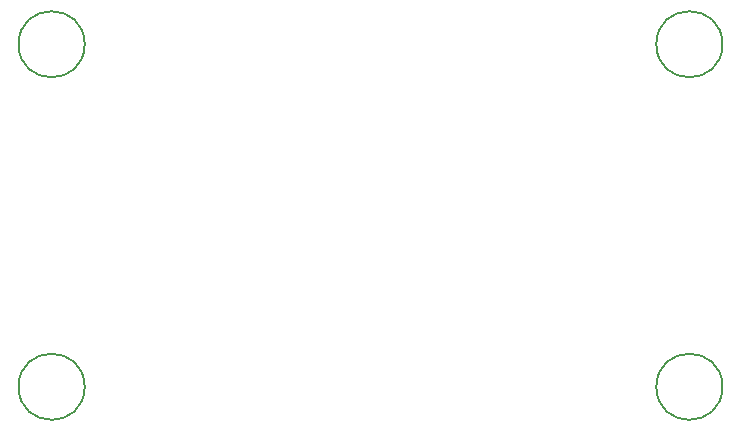
<source format=gbr>
%TF.GenerationSoftware,KiCad,Pcbnew,7.0.9*%
%TF.CreationDate,2023-12-10T21:37:23+08:00*%
%TF.ProjectId,E-Secnt Coach,452d5365-636e-4742-9043-6f6163682e6b,rev?*%
%TF.SameCoordinates,Original*%
%TF.FileFunction,Other,Comment*%
%FSLAX46Y46*%
G04 Gerber Fmt 4.6, Leading zero omitted, Abs format (unit mm)*
G04 Created by KiCad (PCBNEW 7.0.9) date 2023-12-10 21:37:23*
%MOMM*%
%LPD*%
G01*
G04 APERTURE LIST*
%ADD10C,0.150000*%
G04 APERTURE END LIST*
D10*
%TO.C,REF\u002A\u002A*%
X169800000Y-104000000D02*
G75*
G03*
X169800000Y-104000000I-2800000J0D01*
G01*
X115800000Y-75000000D02*
G75*
G03*
X115800000Y-75000000I-2800000J0D01*
G01*
X169800000Y-75000000D02*
G75*
G03*
X169800000Y-75000000I-2800000J0D01*
G01*
X115800000Y-104000000D02*
G75*
G03*
X115800000Y-104000000I-2800000J0D01*
G01*
%TD*%
M02*

</source>
